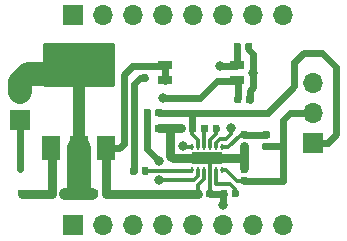
<source format=gbr>
G04 #@! TF.GenerationSoftware,KiCad,Pcbnew,(5.0.0-3-g5ebb6b6)*
G04 #@! TF.CreationDate,2019-03-02T11:42:57+00:00*
G04 #@! TF.ProjectId,WsonBagelBoard,57736F6E426167656C426F6172642E6B,rev?*
G04 #@! TF.SameCoordinates,Original*
G04 #@! TF.FileFunction,Copper,L1,Top,Signal*
G04 #@! TF.FilePolarity,Positive*
%FSLAX46Y46*%
G04 Gerber Fmt 4.6, Leading zero omitted, Abs format (unit mm)*
G04 Created by KiCad (PCBNEW (5.0.0-3-g5ebb6b6)) date Saturday, 02 March 2019 at 11:42:57*
%MOMM*%
%LPD*%
G01*
G04 APERTURE LIST*
G04 #@! TA.AperFunction,ComponentPad*
%ADD10R,1.700000X1.700000*%
G04 #@! TD*
G04 #@! TA.AperFunction,ComponentPad*
%ADD11O,1.700000X1.700000*%
G04 #@! TD*
G04 #@! TA.AperFunction,SMDPad,CuDef*
%ADD12R,1.250000X0.760000*%
G04 #@! TD*
G04 #@! TA.AperFunction,SMDPad,CuDef*
%ADD13R,3.800000X2.000000*%
G04 #@! TD*
G04 #@! TA.AperFunction,SMDPad,CuDef*
%ADD14R,1.500000X2.000000*%
G04 #@! TD*
G04 #@! TA.AperFunction,SMDPad,CuDef*
%ADD15R,0.250000X0.500000*%
G04 #@! TD*
G04 #@! TA.AperFunction,ViaPad*
%ADD16C,0.600000*%
G04 #@! TD*
G04 #@! TA.AperFunction,SMDPad,CuDef*
%ADD17R,2.650000X1.000000*%
G04 #@! TD*
G04 #@! TA.AperFunction,Conductor*
%ADD18C,0.100000*%
G04 #@! TD*
G04 #@! TA.AperFunction,SMDPad,CuDef*
%ADD19C,0.590000*%
G04 #@! TD*
G04 #@! TA.AperFunction,SMDPad,CuDef*
%ADD20R,0.450000X0.600000*%
G04 #@! TD*
G04 #@! TA.AperFunction,ViaPad*
%ADD21C,0.800000*%
G04 #@! TD*
G04 #@! TA.AperFunction,Conductor*
%ADD22C,0.800000*%
G04 #@! TD*
G04 #@! TA.AperFunction,Conductor*
%ADD23C,0.300000*%
G04 #@! TD*
G04 #@! TA.AperFunction,Conductor*
%ADD24C,2.000000*%
G04 #@! TD*
G04 #@! TA.AperFunction,Conductor*
%ADD25C,1.000000*%
G04 #@! TD*
G04 #@! TA.AperFunction,Conductor*
%ADD26C,0.600000*%
G04 #@! TD*
G04 #@! TA.AperFunction,Conductor*
%ADD27C,0.500000*%
G04 #@! TD*
G04 #@! TA.AperFunction,Conductor*
%ADD28C,0.254000*%
G04 #@! TD*
G04 APERTURE END LIST*
D10*
G04 #@! TO.P,J_MNT1,1*
G04 #@! TO.N,N/C*
X104140000Y-53340000D03*
D11*
G04 #@! TO.P,J_MNT1,2*
X106680000Y-53340000D03*
G04 #@! TO.P,J_MNT1,3*
X109220000Y-53340000D03*
G04 #@! TO.P,J_MNT1,4*
X111760000Y-53340000D03*
G04 #@! TO.P,J_MNT1,5*
X114300000Y-53340000D03*
G04 #@! TO.P,J_MNT1,6*
X116840000Y-53340000D03*
G04 #@! TO.P,J_MNT1,7*
X119380000Y-53340000D03*
G04 #@! TO.P,J_MNT1,8*
X121920000Y-53340000D03*
G04 #@! TD*
G04 #@! TO.P,J_MNT2,8*
G04 #@! TO.N,N/C*
X121920000Y-71120000D03*
G04 #@! TO.P,J_MNT2,7*
X119380000Y-71120000D03*
G04 #@! TO.P,J_MNT2,6*
X116840000Y-71120000D03*
G04 #@! TO.P,J_MNT2,5*
X114300000Y-71120000D03*
G04 #@! TO.P,J_MNT2,4*
X111760000Y-71120000D03*
G04 #@! TO.P,J_MNT2,3*
X109220000Y-71120000D03*
G04 #@! TO.P,J_MNT2,2*
X106680000Y-71120000D03*
D10*
G04 #@! TO.P,J_MNT2,1*
X104140000Y-71120000D03*
G04 #@! TD*
G04 #@! TO.P,J_IN2,1*
G04 #@! TO.N,Net-(DP1-Pad2)*
X99695000Y-62230000D03*
D11*
G04 #@! TO.P,J_IN2,2*
G04 #@! TO.N,/GND*
X99695000Y-59690000D03*
G04 #@! TD*
D10*
G04 #@! TO.P,J_OUT1,1*
G04 #@! TO.N,/OUTREG+*
X124460000Y-64135000D03*
D11*
G04 #@! TO.P,J_OUT1,2*
G04 #@! TO.N,/OUTREG-*
X124460000Y-61595000D03*
G04 #@! TO.P,J_OUT1,3*
G04 #@! TO.N,/GND*
X124460000Y-59055000D03*
G04 #@! TD*
D12*
G04 #@! TO.P,SWEN1,1*
G04 #@! TO.N,/5VREG*
X111923500Y-57594500D03*
G04 #@! TO.P,SWEN1,3*
G04 #@! TO.N,/EN+*
X118073500Y-58864500D03*
G04 #@! TO.P,SWEN1,2*
G04 #@! TO.N,/5VREG*
X111923500Y-58864500D03*
G04 #@! TO.P,SWEN1,4*
G04 #@! TO.N,/EN-*
X118073500Y-57594500D03*
G04 #@! TD*
D13*
G04 #@! TO.P,U1,2*
G04 #@! TO.N,/GND*
X104648000Y-58318000D03*
D14*
X104648000Y-64618000D03*
G04 #@! TO.P,U1,3*
G04 #@! TO.N,/5VREG*
X106948000Y-64618000D03*
G04 #@! TO.P,U1,1*
G04 #@! TO.N,/9VIN*
X102348000Y-64618000D03*
G04 #@! TD*
D15*
G04 #@! TO.P,U2,1*
G04 #@! TO.N,/PGOOD*
X114256500Y-66418500D03*
G04 #@! TO.P,U2,2*
G04 #@! TO.N,Net-(R1-Pad1)*
X114756500Y-66418500D03*
G04 #@! TO.P,U2,3*
G04 #@! TO.N,/5VREG*
X115256500Y-66418500D03*
G04 #@! TO.P,U2,4*
G04 #@! TO.N,/GND*
X115756500Y-66418500D03*
G04 #@! TO.P,U2,5*
G04 #@! TO.N,Net-(CP1-Pad1)*
X116256500Y-66418500D03*
G04 #@! TO.P,U2,6*
G04 #@! TO.N,/OUTREG-*
X116756500Y-66418500D03*
G04 #@! TO.P,U2,7*
G04 #@! TO.N,Net-(R3-Pad1)*
X116756500Y-64518500D03*
G04 #@! TO.P,U2,8*
G04 #@! TO.N,/EN-*
X116256500Y-64518500D03*
G04 #@! TO.P,U2,9*
G04 #@! TO.N,Net-(C1-Pad1)*
X115756500Y-64518500D03*
G04 #@! TO.P,U2,10*
G04 #@! TO.N,Net-(C1-Pad2)*
X115256500Y-64518500D03*
G04 #@! TO.P,U2,11*
G04 #@! TO.N,/OUTREG+*
X114756500Y-64518500D03*
G04 #@! TO.P,U2,12*
G04 #@! TO.N,/EN+*
X114256500Y-64518500D03*
D16*
G04 #@! TD*
G04 #@! TO.N,/GND*
G04 #@! TO.C,U2*
X115506500Y-65468500D03*
G04 #@! TO.N,/GND*
G04 #@! TO.C,U2*
X114506500Y-65468500D03*
X116506500Y-65468500D03*
D17*
G04 #@! TD*
G04 #@! TO.P,U2,13*
G04 #@! TO.N,/GND*
X115506500Y-65468500D03*
D18*
G04 #@! TO.N,Net-(C1-Pad1)*
G04 #@! TO.C,C1*
G36*
X116445558Y-62621910D02*
X116459876Y-62624034D01*
X116473917Y-62627551D01*
X116487546Y-62632428D01*
X116500631Y-62638617D01*
X116513047Y-62646058D01*
X116524673Y-62654681D01*
X116535398Y-62664402D01*
X116545119Y-62675127D01*
X116553742Y-62686753D01*
X116561183Y-62699169D01*
X116567372Y-62712254D01*
X116572249Y-62725883D01*
X116575766Y-62739924D01*
X116577890Y-62754242D01*
X116578600Y-62768700D01*
X116578600Y-63113700D01*
X116577890Y-63128158D01*
X116575766Y-63142476D01*
X116572249Y-63156517D01*
X116567372Y-63170146D01*
X116561183Y-63183231D01*
X116553742Y-63195647D01*
X116545119Y-63207273D01*
X116535398Y-63217998D01*
X116524673Y-63227719D01*
X116513047Y-63236342D01*
X116500631Y-63243783D01*
X116487546Y-63249972D01*
X116473917Y-63254849D01*
X116459876Y-63258366D01*
X116445558Y-63260490D01*
X116431100Y-63261200D01*
X116136100Y-63261200D01*
X116121642Y-63260490D01*
X116107324Y-63258366D01*
X116093283Y-63254849D01*
X116079654Y-63249972D01*
X116066569Y-63243783D01*
X116054153Y-63236342D01*
X116042527Y-63227719D01*
X116031802Y-63217998D01*
X116022081Y-63207273D01*
X116013458Y-63195647D01*
X116006017Y-63183231D01*
X115999828Y-63170146D01*
X115994951Y-63156517D01*
X115991434Y-63142476D01*
X115989310Y-63128158D01*
X115988600Y-63113700D01*
X115988600Y-62768700D01*
X115989310Y-62754242D01*
X115991434Y-62739924D01*
X115994951Y-62725883D01*
X115999828Y-62712254D01*
X116006017Y-62699169D01*
X116013458Y-62686753D01*
X116022081Y-62675127D01*
X116031802Y-62664402D01*
X116042527Y-62654681D01*
X116054153Y-62646058D01*
X116066569Y-62638617D01*
X116079654Y-62632428D01*
X116093283Y-62627551D01*
X116107324Y-62624034D01*
X116121642Y-62621910D01*
X116136100Y-62621200D01*
X116431100Y-62621200D01*
X116445558Y-62621910D01*
X116445558Y-62621910D01*
G37*
D19*
G04 #@! TD*
G04 #@! TO.P,C1,1*
G04 #@! TO.N,Net-(C1-Pad1)*
X116283600Y-62941200D03*
D18*
G04 #@! TO.N,Net-(C1-Pad2)*
G04 #@! TO.C,C1*
G36*
X115475558Y-62621910D02*
X115489876Y-62624034D01*
X115503917Y-62627551D01*
X115517546Y-62632428D01*
X115530631Y-62638617D01*
X115543047Y-62646058D01*
X115554673Y-62654681D01*
X115565398Y-62664402D01*
X115575119Y-62675127D01*
X115583742Y-62686753D01*
X115591183Y-62699169D01*
X115597372Y-62712254D01*
X115602249Y-62725883D01*
X115605766Y-62739924D01*
X115607890Y-62754242D01*
X115608600Y-62768700D01*
X115608600Y-63113700D01*
X115607890Y-63128158D01*
X115605766Y-63142476D01*
X115602249Y-63156517D01*
X115597372Y-63170146D01*
X115591183Y-63183231D01*
X115583742Y-63195647D01*
X115575119Y-63207273D01*
X115565398Y-63217998D01*
X115554673Y-63227719D01*
X115543047Y-63236342D01*
X115530631Y-63243783D01*
X115517546Y-63249972D01*
X115503917Y-63254849D01*
X115489876Y-63258366D01*
X115475558Y-63260490D01*
X115461100Y-63261200D01*
X115166100Y-63261200D01*
X115151642Y-63260490D01*
X115137324Y-63258366D01*
X115123283Y-63254849D01*
X115109654Y-63249972D01*
X115096569Y-63243783D01*
X115084153Y-63236342D01*
X115072527Y-63227719D01*
X115061802Y-63217998D01*
X115052081Y-63207273D01*
X115043458Y-63195647D01*
X115036017Y-63183231D01*
X115029828Y-63170146D01*
X115024951Y-63156517D01*
X115021434Y-63142476D01*
X115019310Y-63128158D01*
X115018600Y-63113700D01*
X115018600Y-62768700D01*
X115019310Y-62754242D01*
X115021434Y-62739924D01*
X115024951Y-62725883D01*
X115029828Y-62712254D01*
X115036017Y-62699169D01*
X115043458Y-62686753D01*
X115052081Y-62675127D01*
X115061802Y-62664402D01*
X115072527Y-62654681D01*
X115084153Y-62646058D01*
X115096569Y-62638617D01*
X115109654Y-62632428D01*
X115123283Y-62627551D01*
X115137324Y-62624034D01*
X115151642Y-62621910D01*
X115166100Y-62621200D01*
X115461100Y-62621200D01*
X115475558Y-62621910D01*
X115475558Y-62621910D01*
G37*
D19*
G04 #@! TD*
G04 #@! TO.P,C1,2*
G04 #@! TO.N,Net-(C1-Pad2)*
X115313600Y-62941200D03*
D18*
G04 #@! TO.N,/5VREG*
G04 #@! TO.C,CINV1*
G36*
X114929458Y-68133710D02*
X114943776Y-68135834D01*
X114957817Y-68139351D01*
X114971446Y-68144228D01*
X114984531Y-68150417D01*
X114996947Y-68157858D01*
X115008573Y-68166481D01*
X115019298Y-68176202D01*
X115029019Y-68186927D01*
X115037642Y-68198553D01*
X115045083Y-68210969D01*
X115051272Y-68224054D01*
X115056149Y-68237683D01*
X115059666Y-68251724D01*
X115061790Y-68266042D01*
X115062500Y-68280500D01*
X115062500Y-68625500D01*
X115061790Y-68639958D01*
X115059666Y-68654276D01*
X115056149Y-68668317D01*
X115051272Y-68681946D01*
X115045083Y-68695031D01*
X115037642Y-68707447D01*
X115029019Y-68719073D01*
X115019298Y-68729798D01*
X115008573Y-68739519D01*
X114996947Y-68748142D01*
X114984531Y-68755583D01*
X114971446Y-68761772D01*
X114957817Y-68766649D01*
X114943776Y-68770166D01*
X114929458Y-68772290D01*
X114915000Y-68773000D01*
X114620000Y-68773000D01*
X114605542Y-68772290D01*
X114591224Y-68770166D01*
X114577183Y-68766649D01*
X114563554Y-68761772D01*
X114550469Y-68755583D01*
X114538053Y-68748142D01*
X114526427Y-68739519D01*
X114515702Y-68729798D01*
X114505981Y-68719073D01*
X114497358Y-68707447D01*
X114489917Y-68695031D01*
X114483728Y-68681946D01*
X114478851Y-68668317D01*
X114475334Y-68654276D01*
X114473210Y-68639958D01*
X114472500Y-68625500D01*
X114472500Y-68280500D01*
X114473210Y-68266042D01*
X114475334Y-68251724D01*
X114478851Y-68237683D01*
X114483728Y-68224054D01*
X114489917Y-68210969D01*
X114497358Y-68198553D01*
X114505981Y-68186927D01*
X114515702Y-68176202D01*
X114526427Y-68166481D01*
X114538053Y-68157858D01*
X114550469Y-68150417D01*
X114563554Y-68144228D01*
X114577183Y-68139351D01*
X114591224Y-68135834D01*
X114605542Y-68133710D01*
X114620000Y-68133000D01*
X114915000Y-68133000D01*
X114929458Y-68133710D01*
X114929458Y-68133710D01*
G37*
D19*
G04 #@! TD*
G04 #@! TO.P,CINV1,1*
G04 #@! TO.N,/5VREG*
X114767500Y-68453000D03*
D18*
G04 #@! TO.N,/GND*
G04 #@! TO.C,CINV1*
G36*
X115899458Y-68133710D02*
X115913776Y-68135834D01*
X115927817Y-68139351D01*
X115941446Y-68144228D01*
X115954531Y-68150417D01*
X115966947Y-68157858D01*
X115978573Y-68166481D01*
X115989298Y-68176202D01*
X115999019Y-68186927D01*
X116007642Y-68198553D01*
X116015083Y-68210969D01*
X116021272Y-68224054D01*
X116026149Y-68237683D01*
X116029666Y-68251724D01*
X116031790Y-68266042D01*
X116032500Y-68280500D01*
X116032500Y-68625500D01*
X116031790Y-68639958D01*
X116029666Y-68654276D01*
X116026149Y-68668317D01*
X116021272Y-68681946D01*
X116015083Y-68695031D01*
X116007642Y-68707447D01*
X115999019Y-68719073D01*
X115989298Y-68729798D01*
X115978573Y-68739519D01*
X115966947Y-68748142D01*
X115954531Y-68755583D01*
X115941446Y-68761772D01*
X115927817Y-68766649D01*
X115913776Y-68770166D01*
X115899458Y-68772290D01*
X115885000Y-68773000D01*
X115590000Y-68773000D01*
X115575542Y-68772290D01*
X115561224Y-68770166D01*
X115547183Y-68766649D01*
X115533554Y-68761772D01*
X115520469Y-68755583D01*
X115508053Y-68748142D01*
X115496427Y-68739519D01*
X115485702Y-68729798D01*
X115475981Y-68719073D01*
X115467358Y-68707447D01*
X115459917Y-68695031D01*
X115453728Y-68681946D01*
X115448851Y-68668317D01*
X115445334Y-68654276D01*
X115443210Y-68639958D01*
X115442500Y-68625500D01*
X115442500Y-68280500D01*
X115443210Y-68266042D01*
X115445334Y-68251724D01*
X115448851Y-68237683D01*
X115453728Y-68224054D01*
X115459917Y-68210969D01*
X115467358Y-68198553D01*
X115475981Y-68186927D01*
X115485702Y-68176202D01*
X115496427Y-68166481D01*
X115508053Y-68157858D01*
X115520469Y-68150417D01*
X115533554Y-68144228D01*
X115547183Y-68139351D01*
X115561224Y-68135834D01*
X115575542Y-68133710D01*
X115590000Y-68133000D01*
X115885000Y-68133000D01*
X115899458Y-68133710D01*
X115899458Y-68133710D01*
G37*
D19*
G04 #@! TD*
G04 #@! TO.P,CINV1,2*
G04 #@! TO.N,/GND*
X115737500Y-68453000D03*
D18*
G04 #@! TO.N,/GND*
G04 #@! TO.C,CP1*
G36*
X117088458Y-68133710D02*
X117102776Y-68135834D01*
X117116817Y-68139351D01*
X117130446Y-68144228D01*
X117143531Y-68150417D01*
X117155947Y-68157858D01*
X117167573Y-68166481D01*
X117178298Y-68176202D01*
X117188019Y-68186927D01*
X117196642Y-68198553D01*
X117204083Y-68210969D01*
X117210272Y-68224054D01*
X117215149Y-68237683D01*
X117218666Y-68251724D01*
X117220790Y-68266042D01*
X117221500Y-68280500D01*
X117221500Y-68625500D01*
X117220790Y-68639958D01*
X117218666Y-68654276D01*
X117215149Y-68668317D01*
X117210272Y-68681946D01*
X117204083Y-68695031D01*
X117196642Y-68707447D01*
X117188019Y-68719073D01*
X117178298Y-68729798D01*
X117167573Y-68739519D01*
X117155947Y-68748142D01*
X117143531Y-68755583D01*
X117130446Y-68761772D01*
X117116817Y-68766649D01*
X117102776Y-68770166D01*
X117088458Y-68772290D01*
X117074000Y-68773000D01*
X116779000Y-68773000D01*
X116764542Y-68772290D01*
X116750224Y-68770166D01*
X116736183Y-68766649D01*
X116722554Y-68761772D01*
X116709469Y-68755583D01*
X116697053Y-68748142D01*
X116685427Y-68739519D01*
X116674702Y-68729798D01*
X116664981Y-68719073D01*
X116656358Y-68707447D01*
X116648917Y-68695031D01*
X116642728Y-68681946D01*
X116637851Y-68668317D01*
X116634334Y-68654276D01*
X116632210Y-68639958D01*
X116631500Y-68625500D01*
X116631500Y-68280500D01*
X116632210Y-68266042D01*
X116634334Y-68251724D01*
X116637851Y-68237683D01*
X116642728Y-68224054D01*
X116648917Y-68210969D01*
X116656358Y-68198553D01*
X116664981Y-68186927D01*
X116674702Y-68176202D01*
X116685427Y-68166481D01*
X116697053Y-68157858D01*
X116709469Y-68150417D01*
X116722554Y-68144228D01*
X116736183Y-68139351D01*
X116750224Y-68135834D01*
X116764542Y-68133710D01*
X116779000Y-68133000D01*
X117074000Y-68133000D01*
X117088458Y-68133710D01*
X117088458Y-68133710D01*
G37*
D19*
G04 #@! TD*
G04 #@! TO.P,CP1,2*
G04 #@! TO.N,/GND*
X116926500Y-68453000D03*
D18*
G04 #@! TO.N,Net-(CP1-Pad1)*
G04 #@! TO.C,CP1*
G36*
X118058458Y-68133710D02*
X118072776Y-68135834D01*
X118086817Y-68139351D01*
X118100446Y-68144228D01*
X118113531Y-68150417D01*
X118125947Y-68157858D01*
X118137573Y-68166481D01*
X118148298Y-68176202D01*
X118158019Y-68186927D01*
X118166642Y-68198553D01*
X118174083Y-68210969D01*
X118180272Y-68224054D01*
X118185149Y-68237683D01*
X118188666Y-68251724D01*
X118190790Y-68266042D01*
X118191500Y-68280500D01*
X118191500Y-68625500D01*
X118190790Y-68639958D01*
X118188666Y-68654276D01*
X118185149Y-68668317D01*
X118180272Y-68681946D01*
X118174083Y-68695031D01*
X118166642Y-68707447D01*
X118158019Y-68719073D01*
X118148298Y-68729798D01*
X118137573Y-68739519D01*
X118125947Y-68748142D01*
X118113531Y-68755583D01*
X118100446Y-68761772D01*
X118086817Y-68766649D01*
X118072776Y-68770166D01*
X118058458Y-68772290D01*
X118044000Y-68773000D01*
X117749000Y-68773000D01*
X117734542Y-68772290D01*
X117720224Y-68770166D01*
X117706183Y-68766649D01*
X117692554Y-68761772D01*
X117679469Y-68755583D01*
X117667053Y-68748142D01*
X117655427Y-68739519D01*
X117644702Y-68729798D01*
X117634981Y-68719073D01*
X117626358Y-68707447D01*
X117618917Y-68695031D01*
X117612728Y-68681946D01*
X117607851Y-68668317D01*
X117604334Y-68654276D01*
X117602210Y-68639958D01*
X117601500Y-68625500D01*
X117601500Y-68280500D01*
X117602210Y-68266042D01*
X117604334Y-68251724D01*
X117607851Y-68237683D01*
X117612728Y-68224054D01*
X117618917Y-68210969D01*
X117626358Y-68198553D01*
X117634981Y-68186927D01*
X117644702Y-68176202D01*
X117655427Y-68166481D01*
X117667053Y-68157858D01*
X117679469Y-68150417D01*
X117692554Y-68144228D01*
X117706183Y-68139351D01*
X117720224Y-68135834D01*
X117734542Y-68133710D01*
X117749000Y-68133000D01*
X118044000Y-68133000D01*
X118058458Y-68133710D01*
X118058458Y-68133710D01*
G37*
D19*
G04 #@! TD*
G04 #@! TO.P,CP1,1*
G04 #@! TO.N,Net-(CP1-Pad1)*
X117896500Y-68453000D03*
D18*
G04 #@! TO.N,/GND*
G04 #@! TO.C,CR1*
G36*
X103516958Y-68133710D02*
X103531276Y-68135834D01*
X103545317Y-68139351D01*
X103558946Y-68144228D01*
X103572031Y-68150417D01*
X103584447Y-68157858D01*
X103596073Y-68166481D01*
X103606798Y-68176202D01*
X103616519Y-68186927D01*
X103625142Y-68198553D01*
X103632583Y-68210969D01*
X103638772Y-68224054D01*
X103643649Y-68237683D01*
X103647166Y-68251724D01*
X103649290Y-68266042D01*
X103650000Y-68280500D01*
X103650000Y-68625500D01*
X103649290Y-68639958D01*
X103647166Y-68654276D01*
X103643649Y-68668317D01*
X103638772Y-68681946D01*
X103632583Y-68695031D01*
X103625142Y-68707447D01*
X103616519Y-68719073D01*
X103606798Y-68729798D01*
X103596073Y-68739519D01*
X103584447Y-68748142D01*
X103572031Y-68755583D01*
X103558946Y-68761772D01*
X103545317Y-68766649D01*
X103531276Y-68770166D01*
X103516958Y-68772290D01*
X103502500Y-68773000D01*
X103207500Y-68773000D01*
X103193042Y-68772290D01*
X103178724Y-68770166D01*
X103164683Y-68766649D01*
X103151054Y-68761772D01*
X103137969Y-68755583D01*
X103125553Y-68748142D01*
X103113927Y-68739519D01*
X103103202Y-68729798D01*
X103093481Y-68719073D01*
X103084858Y-68707447D01*
X103077417Y-68695031D01*
X103071228Y-68681946D01*
X103066351Y-68668317D01*
X103062834Y-68654276D01*
X103060710Y-68639958D01*
X103060000Y-68625500D01*
X103060000Y-68280500D01*
X103060710Y-68266042D01*
X103062834Y-68251724D01*
X103066351Y-68237683D01*
X103071228Y-68224054D01*
X103077417Y-68210969D01*
X103084858Y-68198553D01*
X103093481Y-68186927D01*
X103103202Y-68176202D01*
X103113927Y-68166481D01*
X103125553Y-68157858D01*
X103137969Y-68150417D01*
X103151054Y-68144228D01*
X103164683Y-68139351D01*
X103178724Y-68135834D01*
X103193042Y-68133710D01*
X103207500Y-68133000D01*
X103502500Y-68133000D01*
X103516958Y-68133710D01*
X103516958Y-68133710D01*
G37*
D19*
G04 #@! TD*
G04 #@! TO.P,CR1,2*
G04 #@! TO.N,/GND*
X103355000Y-68453000D03*
D18*
G04 #@! TO.N,/9VIN*
G04 #@! TO.C,CR1*
G36*
X102546958Y-68133710D02*
X102561276Y-68135834D01*
X102575317Y-68139351D01*
X102588946Y-68144228D01*
X102602031Y-68150417D01*
X102614447Y-68157858D01*
X102626073Y-68166481D01*
X102636798Y-68176202D01*
X102646519Y-68186927D01*
X102655142Y-68198553D01*
X102662583Y-68210969D01*
X102668772Y-68224054D01*
X102673649Y-68237683D01*
X102677166Y-68251724D01*
X102679290Y-68266042D01*
X102680000Y-68280500D01*
X102680000Y-68625500D01*
X102679290Y-68639958D01*
X102677166Y-68654276D01*
X102673649Y-68668317D01*
X102668772Y-68681946D01*
X102662583Y-68695031D01*
X102655142Y-68707447D01*
X102646519Y-68719073D01*
X102636798Y-68729798D01*
X102626073Y-68739519D01*
X102614447Y-68748142D01*
X102602031Y-68755583D01*
X102588946Y-68761772D01*
X102575317Y-68766649D01*
X102561276Y-68770166D01*
X102546958Y-68772290D01*
X102532500Y-68773000D01*
X102237500Y-68773000D01*
X102223042Y-68772290D01*
X102208724Y-68770166D01*
X102194683Y-68766649D01*
X102181054Y-68761772D01*
X102167969Y-68755583D01*
X102155553Y-68748142D01*
X102143927Y-68739519D01*
X102133202Y-68729798D01*
X102123481Y-68719073D01*
X102114858Y-68707447D01*
X102107417Y-68695031D01*
X102101228Y-68681946D01*
X102096351Y-68668317D01*
X102092834Y-68654276D01*
X102090710Y-68639958D01*
X102090000Y-68625500D01*
X102090000Y-68280500D01*
X102090710Y-68266042D01*
X102092834Y-68251724D01*
X102096351Y-68237683D01*
X102101228Y-68224054D01*
X102107417Y-68210969D01*
X102114858Y-68198553D01*
X102123481Y-68186927D01*
X102133202Y-68176202D01*
X102143927Y-68166481D01*
X102155553Y-68157858D01*
X102167969Y-68150417D01*
X102181054Y-68144228D01*
X102194683Y-68139351D01*
X102208724Y-68135834D01*
X102223042Y-68133710D01*
X102237500Y-68133000D01*
X102532500Y-68133000D01*
X102546958Y-68133710D01*
X102546958Y-68133710D01*
G37*
D19*
G04 #@! TD*
G04 #@! TO.P,CR1,1*
G04 #@! TO.N,/9VIN*
X102385000Y-68453000D03*
D18*
G04 #@! TO.N,/5VREG*
G04 #@! TO.C,CR2*
G36*
X107136458Y-68133710D02*
X107150776Y-68135834D01*
X107164817Y-68139351D01*
X107178446Y-68144228D01*
X107191531Y-68150417D01*
X107203947Y-68157858D01*
X107215573Y-68166481D01*
X107226298Y-68176202D01*
X107236019Y-68186927D01*
X107244642Y-68198553D01*
X107252083Y-68210969D01*
X107258272Y-68224054D01*
X107263149Y-68237683D01*
X107266666Y-68251724D01*
X107268790Y-68266042D01*
X107269500Y-68280500D01*
X107269500Y-68625500D01*
X107268790Y-68639958D01*
X107266666Y-68654276D01*
X107263149Y-68668317D01*
X107258272Y-68681946D01*
X107252083Y-68695031D01*
X107244642Y-68707447D01*
X107236019Y-68719073D01*
X107226298Y-68729798D01*
X107215573Y-68739519D01*
X107203947Y-68748142D01*
X107191531Y-68755583D01*
X107178446Y-68761772D01*
X107164817Y-68766649D01*
X107150776Y-68770166D01*
X107136458Y-68772290D01*
X107122000Y-68773000D01*
X106827000Y-68773000D01*
X106812542Y-68772290D01*
X106798224Y-68770166D01*
X106784183Y-68766649D01*
X106770554Y-68761772D01*
X106757469Y-68755583D01*
X106745053Y-68748142D01*
X106733427Y-68739519D01*
X106722702Y-68729798D01*
X106712981Y-68719073D01*
X106704358Y-68707447D01*
X106696917Y-68695031D01*
X106690728Y-68681946D01*
X106685851Y-68668317D01*
X106682334Y-68654276D01*
X106680210Y-68639958D01*
X106679500Y-68625500D01*
X106679500Y-68280500D01*
X106680210Y-68266042D01*
X106682334Y-68251724D01*
X106685851Y-68237683D01*
X106690728Y-68224054D01*
X106696917Y-68210969D01*
X106704358Y-68198553D01*
X106712981Y-68186927D01*
X106722702Y-68176202D01*
X106733427Y-68166481D01*
X106745053Y-68157858D01*
X106757469Y-68150417D01*
X106770554Y-68144228D01*
X106784183Y-68139351D01*
X106798224Y-68135834D01*
X106812542Y-68133710D01*
X106827000Y-68133000D01*
X107122000Y-68133000D01*
X107136458Y-68133710D01*
X107136458Y-68133710D01*
G37*
D19*
G04 #@! TD*
G04 #@! TO.P,CR2,1*
G04 #@! TO.N,/5VREG*
X106974500Y-68453000D03*
D18*
G04 #@! TO.N,/GND*
G04 #@! TO.C,CR2*
G36*
X106166458Y-68133710D02*
X106180776Y-68135834D01*
X106194817Y-68139351D01*
X106208446Y-68144228D01*
X106221531Y-68150417D01*
X106233947Y-68157858D01*
X106245573Y-68166481D01*
X106256298Y-68176202D01*
X106266019Y-68186927D01*
X106274642Y-68198553D01*
X106282083Y-68210969D01*
X106288272Y-68224054D01*
X106293149Y-68237683D01*
X106296666Y-68251724D01*
X106298790Y-68266042D01*
X106299500Y-68280500D01*
X106299500Y-68625500D01*
X106298790Y-68639958D01*
X106296666Y-68654276D01*
X106293149Y-68668317D01*
X106288272Y-68681946D01*
X106282083Y-68695031D01*
X106274642Y-68707447D01*
X106266019Y-68719073D01*
X106256298Y-68729798D01*
X106245573Y-68739519D01*
X106233947Y-68748142D01*
X106221531Y-68755583D01*
X106208446Y-68761772D01*
X106194817Y-68766649D01*
X106180776Y-68770166D01*
X106166458Y-68772290D01*
X106152000Y-68773000D01*
X105857000Y-68773000D01*
X105842542Y-68772290D01*
X105828224Y-68770166D01*
X105814183Y-68766649D01*
X105800554Y-68761772D01*
X105787469Y-68755583D01*
X105775053Y-68748142D01*
X105763427Y-68739519D01*
X105752702Y-68729798D01*
X105742981Y-68719073D01*
X105734358Y-68707447D01*
X105726917Y-68695031D01*
X105720728Y-68681946D01*
X105715851Y-68668317D01*
X105712334Y-68654276D01*
X105710210Y-68639958D01*
X105709500Y-68625500D01*
X105709500Y-68280500D01*
X105710210Y-68266042D01*
X105712334Y-68251724D01*
X105715851Y-68237683D01*
X105720728Y-68224054D01*
X105726917Y-68210969D01*
X105734358Y-68198553D01*
X105742981Y-68186927D01*
X105752702Y-68176202D01*
X105763427Y-68166481D01*
X105775053Y-68157858D01*
X105787469Y-68150417D01*
X105800554Y-68144228D01*
X105814183Y-68139351D01*
X105828224Y-68135834D01*
X105842542Y-68133710D01*
X105857000Y-68133000D01*
X106152000Y-68133000D01*
X106166458Y-68133710D01*
X106166458Y-68133710D01*
G37*
D19*
G04 #@! TD*
G04 #@! TO.P,CR2,2*
G04 #@! TO.N,/GND*
X106004500Y-68453000D03*
D18*
G04 #@! TO.N,/PGOOD*
G04 #@! TO.C,DOK1*
G36*
X110438458Y-66203310D02*
X110452776Y-66205434D01*
X110466817Y-66208951D01*
X110480446Y-66213828D01*
X110493531Y-66220017D01*
X110505947Y-66227458D01*
X110517573Y-66236081D01*
X110528298Y-66245802D01*
X110538019Y-66256527D01*
X110546642Y-66268153D01*
X110554083Y-66280569D01*
X110560272Y-66293654D01*
X110565149Y-66307283D01*
X110568666Y-66321324D01*
X110570790Y-66335642D01*
X110571500Y-66350100D01*
X110571500Y-66695100D01*
X110570790Y-66709558D01*
X110568666Y-66723876D01*
X110565149Y-66737917D01*
X110560272Y-66751546D01*
X110554083Y-66764631D01*
X110546642Y-66777047D01*
X110538019Y-66788673D01*
X110528298Y-66799398D01*
X110517573Y-66809119D01*
X110505947Y-66817742D01*
X110493531Y-66825183D01*
X110480446Y-66831372D01*
X110466817Y-66836249D01*
X110452776Y-66839766D01*
X110438458Y-66841890D01*
X110424000Y-66842600D01*
X110129000Y-66842600D01*
X110114542Y-66841890D01*
X110100224Y-66839766D01*
X110086183Y-66836249D01*
X110072554Y-66831372D01*
X110059469Y-66825183D01*
X110047053Y-66817742D01*
X110035427Y-66809119D01*
X110024702Y-66799398D01*
X110014981Y-66788673D01*
X110006358Y-66777047D01*
X109998917Y-66764631D01*
X109992728Y-66751546D01*
X109987851Y-66737917D01*
X109984334Y-66723876D01*
X109982210Y-66709558D01*
X109981500Y-66695100D01*
X109981500Y-66350100D01*
X109982210Y-66335642D01*
X109984334Y-66321324D01*
X109987851Y-66307283D01*
X109992728Y-66293654D01*
X109998917Y-66280569D01*
X110006358Y-66268153D01*
X110014981Y-66256527D01*
X110024702Y-66245802D01*
X110035427Y-66236081D01*
X110047053Y-66227458D01*
X110059469Y-66220017D01*
X110072554Y-66213828D01*
X110086183Y-66208951D01*
X110100224Y-66205434D01*
X110114542Y-66203310D01*
X110129000Y-66202600D01*
X110424000Y-66202600D01*
X110438458Y-66203310D01*
X110438458Y-66203310D01*
G37*
D19*
G04 #@! TD*
G04 #@! TO.P,DOK1,1*
G04 #@! TO.N,/PGOOD*
X110276500Y-66522600D03*
D18*
G04 #@! TO.N,Net-(DOK1-Pad2)*
G04 #@! TO.C,DOK1*
G36*
X109468458Y-66203310D02*
X109482776Y-66205434D01*
X109496817Y-66208951D01*
X109510446Y-66213828D01*
X109523531Y-66220017D01*
X109535947Y-66227458D01*
X109547573Y-66236081D01*
X109558298Y-66245802D01*
X109568019Y-66256527D01*
X109576642Y-66268153D01*
X109584083Y-66280569D01*
X109590272Y-66293654D01*
X109595149Y-66307283D01*
X109598666Y-66321324D01*
X109600790Y-66335642D01*
X109601500Y-66350100D01*
X109601500Y-66695100D01*
X109600790Y-66709558D01*
X109598666Y-66723876D01*
X109595149Y-66737917D01*
X109590272Y-66751546D01*
X109584083Y-66764631D01*
X109576642Y-66777047D01*
X109568019Y-66788673D01*
X109558298Y-66799398D01*
X109547573Y-66809119D01*
X109535947Y-66817742D01*
X109523531Y-66825183D01*
X109510446Y-66831372D01*
X109496817Y-66836249D01*
X109482776Y-66839766D01*
X109468458Y-66841890D01*
X109454000Y-66842600D01*
X109159000Y-66842600D01*
X109144542Y-66841890D01*
X109130224Y-66839766D01*
X109116183Y-66836249D01*
X109102554Y-66831372D01*
X109089469Y-66825183D01*
X109077053Y-66817742D01*
X109065427Y-66809119D01*
X109054702Y-66799398D01*
X109044981Y-66788673D01*
X109036358Y-66777047D01*
X109028917Y-66764631D01*
X109022728Y-66751546D01*
X109017851Y-66737917D01*
X109014334Y-66723876D01*
X109012210Y-66709558D01*
X109011500Y-66695100D01*
X109011500Y-66350100D01*
X109012210Y-66335642D01*
X109014334Y-66321324D01*
X109017851Y-66307283D01*
X109022728Y-66293654D01*
X109028917Y-66280569D01*
X109036358Y-66268153D01*
X109044981Y-66256527D01*
X109054702Y-66245802D01*
X109065427Y-66236081D01*
X109077053Y-66227458D01*
X109089469Y-66220017D01*
X109102554Y-66213828D01*
X109116183Y-66208951D01*
X109130224Y-66205434D01*
X109144542Y-66203310D01*
X109159000Y-66202600D01*
X109454000Y-66202600D01*
X109468458Y-66203310D01*
X109468458Y-66203310D01*
G37*
D19*
G04 #@! TD*
G04 #@! TO.P,DOK1,2*
G04 #@! TO.N,Net-(DOK1-Pad2)*
X109306500Y-66522600D03*
D18*
G04 #@! TO.N,/OUTREG+*
G04 #@! TO.C,R1*
G36*
X111581458Y-61275710D02*
X111595776Y-61277834D01*
X111609817Y-61281351D01*
X111623446Y-61286228D01*
X111636531Y-61292417D01*
X111648947Y-61299858D01*
X111660573Y-61308481D01*
X111671298Y-61318202D01*
X111681019Y-61328927D01*
X111689642Y-61340553D01*
X111697083Y-61352969D01*
X111703272Y-61366054D01*
X111708149Y-61379683D01*
X111711666Y-61393724D01*
X111713790Y-61408042D01*
X111714500Y-61422500D01*
X111714500Y-61767500D01*
X111713790Y-61781958D01*
X111711666Y-61796276D01*
X111708149Y-61810317D01*
X111703272Y-61823946D01*
X111697083Y-61837031D01*
X111689642Y-61849447D01*
X111681019Y-61861073D01*
X111671298Y-61871798D01*
X111660573Y-61881519D01*
X111648947Y-61890142D01*
X111636531Y-61897583D01*
X111623446Y-61903772D01*
X111609817Y-61908649D01*
X111595776Y-61912166D01*
X111581458Y-61914290D01*
X111567000Y-61915000D01*
X111272000Y-61915000D01*
X111257542Y-61914290D01*
X111243224Y-61912166D01*
X111229183Y-61908649D01*
X111215554Y-61903772D01*
X111202469Y-61897583D01*
X111190053Y-61890142D01*
X111178427Y-61881519D01*
X111167702Y-61871798D01*
X111157981Y-61861073D01*
X111149358Y-61849447D01*
X111141917Y-61837031D01*
X111135728Y-61823946D01*
X111130851Y-61810317D01*
X111127334Y-61796276D01*
X111125210Y-61781958D01*
X111124500Y-61767500D01*
X111124500Y-61422500D01*
X111125210Y-61408042D01*
X111127334Y-61393724D01*
X111130851Y-61379683D01*
X111135728Y-61366054D01*
X111141917Y-61352969D01*
X111149358Y-61340553D01*
X111157981Y-61328927D01*
X111167702Y-61318202D01*
X111178427Y-61308481D01*
X111190053Y-61299858D01*
X111202469Y-61292417D01*
X111215554Y-61286228D01*
X111229183Y-61281351D01*
X111243224Y-61277834D01*
X111257542Y-61275710D01*
X111272000Y-61275000D01*
X111567000Y-61275000D01*
X111581458Y-61275710D01*
X111581458Y-61275710D01*
G37*
D19*
G04 #@! TD*
G04 #@! TO.P,R1,2*
G04 #@! TO.N,/OUTREG+*
X111419500Y-61595000D03*
D18*
G04 #@! TO.N,Net-(R1-Pad1)*
G04 #@! TO.C,R1*
G36*
X110611458Y-61275710D02*
X110625776Y-61277834D01*
X110639817Y-61281351D01*
X110653446Y-61286228D01*
X110666531Y-61292417D01*
X110678947Y-61299858D01*
X110690573Y-61308481D01*
X110701298Y-61318202D01*
X110711019Y-61328927D01*
X110719642Y-61340553D01*
X110727083Y-61352969D01*
X110733272Y-61366054D01*
X110738149Y-61379683D01*
X110741666Y-61393724D01*
X110743790Y-61408042D01*
X110744500Y-61422500D01*
X110744500Y-61767500D01*
X110743790Y-61781958D01*
X110741666Y-61796276D01*
X110738149Y-61810317D01*
X110733272Y-61823946D01*
X110727083Y-61837031D01*
X110719642Y-61849447D01*
X110711019Y-61861073D01*
X110701298Y-61871798D01*
X110690573Y-61881519D01*
X110678947Y-61890142D01*
X110666531Y-61897583D01*
X110653446Y-61903772D01*
X110639817Y-61908649D01*
X110625776Y-61912166D01*
X110611458Y-61914290D01*
X110597000Y-61915000D01*
X110302000Y-61915000D01*
X110287542Y-61914290D01*
X110273224Y-61912166D01*
X110259183Y-61908649D01*
X110245554Y-61903772D01*
X110232469Y-61897583D01*
X110220053Y-61890142D01*
X110208427Y-61881519D01*
X110197702Y-61871798D01*
X110187981Y-61861073D01*
X110179358Y-61849447D01*
X110171917Y-61837031D01*
X110165728Y-61823946D01*
X110160851Y-61810317D01*
X110157334Y-61796276D01*
X110155210Y-61781958D01*
X110154500Y-61767500D01*
X110154500Y-61422500D01*
X110155210Y-61408042D01*
X110157334Y-61393724D01*
X110160851Y-61379683D01*
X110165728Y-61366054D01*
X110171917Y-61352969D01*
X110179358Y-61340553D01*
X110187981Y-61328927D01*
X110197702Y-61318202D01*
X110208427Y-61308481D01*
X110220053Y-61299858D01*
X110232469Y-61292417D01*
X110245554Y-61286228D01*
X110259183Y-61281351D01*
X110273224Y-61277834D01*
X110287542Y-61275710D01*
X110302000Y-61275000D01*
X110597000Y-61275000D01*
X110611458Y-61275710D01*
X110611458Y-61275710D01*
G37*
D19*
G04 #@! TD*
G04 #@! TO.P,R1,1*
G04 #@! TO.N,Net-(R1-Pad1)*
X110449500Y-61595000D03*
D18*
G04 #@! TO.N,Net-(R1-Pad1)*
G04 #@! TO.C,R2*
G36*
X110611458Y-62609210D02*
X110625776Y-62611334D01*
X110639817Y-62614851D01*
X110653446Y-62619728D01*
X110666531Y-62625917D01*
X110678947Y-62633358D01*
X110690573Y-62641981D01*
X110701298Y-62651702D01*
X110711019Y-62662427D01*
X110719642Y-62674053D01*
X110727083Y-62686469D01*
X110733272Y-62699554D01*
X110738149Y-62713183D01*
X110741666Y-62727224D01*
X110743790Y-62741542D01*
X110744500Y-62756000D01*
X110744500Y-63101000D01*
X110743790Y-63115458D01*
X110741666Y-63129776D01*
X110738149Y-63143817D01*
X110733272Y-63157446D01*
X110727083Y-63170531D01*
X110719642Y-63182947D01*
X110711019Y-63194573D01*
X110701298Y-63205298D01*
X110690573Y-63215019D01*
X110678947Y-63223642D01*
X110666531Y-63231083D01*
X110653446Y-63237272D01*
X110639817Y-63242149D01*
X110625776Y-63245666D01*
X110611458Y-63247790D01*
X110597000Y-63248500D01*
X110302000Y-63248500D01*
X110287542Y-63247790D01*
X110273224Y-63245666D01*
X110259183Y-63242149D01*
X110245554Y-63237272D01*
X110232469Y-63231083D01*
X110220053Y-63223642D01*
X110208427Y-63215019D01*
X110197702Y-63205298D01*
X110187981Y-63194573D01*
X110179358Y-63182947D01*
X110171917Y-63170531D01*
X110165728Y-63157446D01*
X110160851Y-63143817D01*
X110157334Y-63129776D01*
X110155210Y-63115458D01*
X110154500Y-63101000D01*
X110154500Y-62756000D01*
X110155210Y-62741542D01*
X110157334Y-62727224D01*
X110160851Y-62713183D01*
X110165728Y-62699554D01*
X110171917Y-62686469D01*
X110179358Y-62674053D01*
X110187981Y-62662427D01*
X110197702Y-62651702D01*
X110208427Y-62641981D01*
X110220053Y-62633358D01*
X110232469Y-62625917D01*
X110245554Y-62619728D01*
X110259183Y-62614851D01*
X110273224Y-62611334D01*
X110287542Y-62609210D01*
X110302000Y-62608500D01*
X110597000Y-62608500D01*
X110611458Y-62609210D01*
X110611458Y-62609210D01*
G37*
D19*
G04 #@! TD*
G04 #@! TO.P,R2,2*
G04 #@! TO.N,Net-(R1-Pad1)*
X110449500Y-62928500D03*
D18*
G04 #@! TO.N,/GND*
G04 #@! TO.C,R2*
G36*
X111581458Y-62609210D02*
X111595776Y-62611334D01*
X111609817Y-62614851D01*
X111623446Y-62619728D01*
X111636531Y-62625917D01*
X111648947Y-62633358D01*
X111660573Y-62641981D01*
X111671298Y-62651702D01*
X111681019Y-62662427D01*
X111689642Y-62674053D01*
X111697083Y-62686469D01*
X111703272Y-62699554D01*
X111708149Y-62713183D01*
X111711666Y-62727224D01*
X111713790Y-62741542D01*
X111714500Y-62756000D01*
X111714500Y-63101000D01*
X111713790Y-63115458D01*
X111711666Y-63129776D01*
X111708149Y-63143817D01*
X111703272Y-63157446D01*
X111697083Y-63170531D01*
X111689642Y-63182947D01*
X111681019Y-63194573D01*
X111671298Y-63205298D01*
X111660573Y-63215019D01*
X111648947Y-63223642D01*
X111636531Y-63231083D01*
X111623446Y-63237272D01*
X111609817Y-63242149D01*
X111595776Y-63245666D01*
X111581458Y-63247790D01*
X111567000Y-63248500D01*
X111272000Y-63248500D01*
X111257542Y-63247790D01*
X111243224Y-63245666D01*
X111229183Y-63242149D01*
X111215554Y-63237272D01*
X111202469Y-63231083D01*
X111190053Y-63223642D01*
X111178427Y-63215019D01*
X111167702Y-63205298D01*
X111157981Y-63194573D01*
X111149358Y-63182947D01*
X111141917Y-63170531D01*
X111135728Y-63157446D01*
X111130851Y-63143817D01*
X111127334Y-63129776D01*
X111125210Y-63115458D01*
X111124500Y-63101000D01*
X111124500Y-62756000D01*
X111125210Y-62741542D01*
X111127334Y-62727224D01*
X111130851Y-62713183D01*
X111135728Y-62699554D01*
X111141917Y-62686469D01*
X111149358Y-62674053D01*
X111157981Y-62662427D01*
X111167702Y-62651702D01*
X111178427Y-62641981D01*
X111190053Y-62633358D01*
X111202469Y-62625917D01*
X111215554Y-62619728D01*
X111229183Y-62614851D01*
X111243224Y-62611334D01*
X111257542Y-62609210D01*
X111272000Y-62608500D01*
X111567000Y-62608500D01*
X111581458Y-62609210D01*
X111581458Y-62609210D01*
G37*
D19*
G04 #@! TD*
G04 #@! TO.P,R2,1*
G04 #@! TO.N,/GND*
X111419500Y-62928500D03*
D18*
G04 #@! TO.N,Net-(R3-Pad1)*
G04 #@! TO.C,R3*
G36*
X120709958Y-63165210D02*
X120724276Y-63167334D01*
X120738317Y-63170851D01*
X120751946Y-63175728D01*
X120765031Y-63181917D01*
X120777447Y-63189358D01*
X120789073Y-63197981D01*
X120799798Y-63207702D01*
X120809519Y-63218427D01*
X120818142Y-63230053D01*
X120825583Y-63242469D01*
X120831772Y-63255554D01*
X120836649Y-63269183D01*
X120840166Y-63283224D01*
X120842290Y-63297542D01*
X120843000Y-63312000D01*
X120843000Y-63607000D01*
X120842290Y-63621458D01*
X120840166Y-63635776D01*
X120836649Y-63649817D01*
X120831772Y-63663446D01*
X120825583Y-63676531D01*
X120818142Y-63688947D01*
X120809519Y-63700573D01*
X120799798Y-63711298D01*
X120789073Y-63721019D01*
X120777447Y-63729642D01*
X120765031Y-63737083D01*
X120751946Y-63743272D01*
X120738317Y-63748149D01*
X120724276Y-63751666D01*
X120709958Y-63753790D01*
X120695500Y-63754500D01*
X120350500Y-63754500D01*
X120336042Y-63753790D01*
X120321724Y-63751666D01*
X120307683Y-63748149D01*
X120294054Y-63743272D01*
X120280969Y-63737083D01*
X120268553Y-63729642D01*
X120256927Y-63721019D01*
X120246202Y-63711298D01*
X120236481Y-63700573D01*
X120227858Y-63688947D01*
X120220417Y-63676531D01*
X120214228Y-63663446D01*
X120209351Y-63649817D01*
X120205834Y-63635776D01*
X120203710Y-63621458D01*
X120203000Y-63607000D01*
X120203000Y-63312000D01*
X120203710Y-63297542D01*
X120205834Y-63283224D01*
X120209351Y-63269183D01*
X120214228Y-63255554D01*
X120220417Y-63242469D01*
X120227858Y-63230053D01*
X120236481Y-63218427D01*
X120246202Y-63207702D01*
X120256927Y-63197981D01*
X120268553Y-63189358D01*
X120280969Y-63181917D01*
X120294054Y-63175728D01*
X120307683Y-63170851D01*
X120321724Y-63167334D01*
X120336042Y-63165210D01*
X120350500Y-63164500D01*
X120695500Y-63164500D01*
X120709958Y-63165210D01*
X120709958Y-63165210D01*
G37*
D19*
G04 #@! TD*
G04 #@! TO.P,R3,1*
G04 #@! TO.N,Net-(R3-Pad1)*
X120523000Y-63459500D03*
D18*
G04 #@! TO.N,/OUTREG-*
G04 #@! TO.C,R3*
G36*
X120709958Y-64135210D02*
X120724276Y-64137334D01*
X120738317Y-64140851D01*
X120751946Y-64145728D01*
X120765031Y-64151917D01*
X120777447Y-64159358D01*
X120789073Y-64167981D01*
X120799798Y-64177702D01*
X120809519Y-64188427D01*
X120818142Y-64200053D01*
X120825583Y-64212469D01*
X120831772Y-64225554D01*
X120836649Y-64239183D01*
X120840166Y-64253224D01*
X120842290Y-64267542D01*
X120843000Y-64282000D01*
X120843000Y-64577000D01*
X120842290Y-64591458D01*
X120840166Y-64605776D01*
X120836649Y-64619817D01*
X120831772Y-64633446D01*
X120825583Y-64646531D01*
X120818142Y-64658947D01*
X120809519Y-64670573D01*
X120799798Y-64681298D01*
X120789073Y-64691019D01*
X120777447Y-64699642D01*
X120765031Y-64707083D01*
X120751946Y-64713272D01*
X120738317Y-64718149D01*
X120724276Y-64721666D01*
X120709958Y-64723790D01*
X120695500Y-64724500D01*
X120350500Y-64724500D01*
X120336042Y-64723790D01*
X120321724Y-64721666D01*
X120307683Y-64718149D01*
X120294054Y-64713272D01*
X120280969Y-64707083D01*
X120268553Y-64699642D01*
X120256927Y-64691019D01*
X120246202Y-64681298D01*
X120236481Y-64670573D01*
X120227858Y-64658947D01*
X120220417Y-64646531D01*
X120214228Y-64633446D01*
X120209351Y-64619817D01*
X120205834Y-64605776D01*
X120203710Y-64591458D01*
X120203000Y-64577000D01*
X120203000Y-64282000D01*
X120203710Y-64267542D01*
X120205834Y-64253224D01*
X120209351Y-64239183D01*
X120214228Y-64225554D01*
X120220417Y-64212469D01*
X120227858Y-64200053D01*
X120236481Y-64188427D01*
X120246202Y-64177702D01*
X120256927Y-64167981D01*
X120268553Y-64159358D01*
X120280969Y-64151917D01*
X120294054Y-64145728D01*
X120307683Y-64140851D01*
X120321724Y-64137334D01*
X120336042Y-64135210D01*
X120350500Y-64134500D01*
X120695500Y-64134500D01*
X120709958Y-64135210D01*
X120709958Y-64135210D01*
G37*
D19*
G04 #@! TD*
G04 #@! TO.P,R3,2*
G04 #@! TO.N,/OUTREG-*
X120523000Y-64429500D03*
D18*
G04 #@! TO.N,/GND*
G04 #@! TO.C,R4*
G36*
X118868458Y-64135210D02*
X118882776Y-64137334D01*
X118896817Y-64140851D01*
X118910446Y-64145728D01*
X118923531Y-64151917D01*
X118935947Y-64159358D01*
X118947573Y-64167981D01*
X118958298Y-64177702D01*
X118968019Y-64188427D01*
X118976642Y-64200053D01*
X118984083Y-64212469D01*
X118990272Y-64225554D01*
X118995149Y-64239183D01*
X118998666Y-64253224D01*
X119000790Y-64267542D01*
X119001500Y-64282000D01*
X119001500Y-64577000D01*
X119000790Y-64591458D01*
X118998666Y-64605776D01*
X118995149Y-64619817D01*
X118990272Y-64633446D01*
X118984083Y-64646531D01*
X118976642Y-64658947D01*
X118968019Y-64670573D01*
X118958298Y-64681298D01*
X118947573Y-64691019D01*
X118935947Y-64699642D01*
X118923531Y-64707083D01*
X118910446Y-64713272D01*
X118896817Y-64718149D01*
X118882776Y-64721666D01*
X118868458Y-64723790D01*
X118854000Y-64724500D01*
X118509000Y-64724500D01*
X118494542Y-64723790D01*
X118480224Y-64721666D01*
X118466183Y-64718149D01*
X118452554Y-64713272D01*
X118439469Y-64707083D01*
X118427053Y-64699642D01*
X118415427Y-64691019D01*
X118404702Y-64681298D01*
X118394981Y-64670573D01*
X118386358Y-64658947D01*
X118378917Y-64646531D01*
X118372728Y-64633446D01*
X118367851Y-64619817D01*
X118364334Y-64605776D01*
X118362210Y-64591458D01*
X118361500Y-64577000D01*
X118361500Y-64282000D01*
X118362210Y-64267542D01*
X118364334Y-64253224D01*
X118367851Y-64239183D01*
X118372728Y-64225554D01*
X118378917Y-64212469D01*
X118386358Y-64200053D01*
X118394981Y-64188427D01*
X118404702Y-64177702D01*
X118415427Y-64167981D01*
X118427053Y-64159358D01*
X118439469Y-64151917D01*
X118452554Y-64145728D01*
X118466183Y-64140851D01*
X118480224Y-64137334D01*
X118494542Y-64135210D01*
X118509000Y-64134500D01*
X118854000Y-64134500D01*
X118868458Y-64135210D01*
X118868458Y-64135210D01*
G37*
D19*
G04 #@! TD*
G04 #@! TO.P,R4,1*
G04 #@! TO.N,/GND*
X118681500Y-64429500D03*
D18*
G04 #@! TO.N,Net-(R3-Pad1)*
G04 #@! TO.C,R4*
G36*
X118868458Y-63165210D02*
X118882776Y-63167334D01*
X118896817Y-63170851D01*
X118910446Y-63175728D01*
X118923531Y-63181917D01*
X118935947Y-63189358D01*
X118947573Y-63197981D01*
X118958298Y-63207702D01*
X118968019Y-63218427D01*
X118976642Y-63230053D01*
X118984083Y-63242469D01*
X118990272Y-63255554D01*
X118995149Y-63269183D01*
X118998666Y-63283224D01*
X119000790Y-63297542D01*
X119001500Y-63312000D01*
X119001500Y-63607000D01*
X119000790Y-63621458D01*
X118998666Y-63635776D01*
X118995149Y-63649817D01*
X118990272Y-63663446D01*
X118984083Y-63676531D01*
X118976642Y-63688947D01*
X118968019Y-63700573D01*
X118958298Y-63711298D01*
X118947573Y-63721019D01*
X118935947Y-63729642D01*
X118923531Y-63737083D01*
X118910446Y-63743272D01*
X118896817Y-63748149D01*
X118882776Y-63751666D01*
X118868458Y-63753790D01*
X118854000Y-63754500D01*
X118509000Y-63754500D01*
X118494542Y-63753790D01*
X118480224Y-63751666D01*
X118466183Y-63748149D01*
X118452554Y-63743272D01*
X118439469Y-63737083D01*
X118427053Y-63729642D01*
X118415427Y-63721019D01*
X118404702Y-63711298D01*
X118394981Y-63700573D01*
X118386358Y-63688947D01*
X118378917Y-63676531D01*
X118372728Y-63663446D01*
X118367851Y-63649817D01*
X118364334Y-63635776D01*
X118362210Y-63621458D01*
X118361500Y-63607000D01*
X118361500Y-63312000D01*
X118362210Y-63297542D01*
X118364334Y-63283224D01*
X118367851Y-63269183D01*
X118372728Y-63255554D01*
X118378917Y-63242469D01*
X118386358Y-63230053D01*
X118394981Y-63218427D01*
X118404702Y-63207702D01*
X118415427Y-63197981D01*
X118427053Y-63189358D01*
X118439469Y-63181917D01*
X118452554Y-63175728D01*
X118466183Y-63170851D01*
X118480224Y-63167334D01*
X118494542Y-63165210D01*
X118509000Y-63164500D01*
X118854000Y-63164500D01*
X118868458Y-63165210D01*
X118868458Y-63165210D01*
G37*
D19*
G04 #@! TD*
G04 #@! TO.P,R4,2*
G04 #@! TO.N,Net-(R3-Pad1)*
X118681500Y-63459500D03*
D18*
G04 #@! TO.N,/GND*
G04 #@! TO.C,REN+1*
G36*
X119264958Y-60132710D02*
X119279276Y-60134834D01*
X119293317Y-60138351D01*
X119306946Y-60143228D01*
X119320031Y-60149417D01*
X119332447Y-60156858D01*
X119344073Y-60165481D01*
X119354798Y-60175202D01*
X119364519Y-60185927D01*
X119373142Y-60197553D01*
X119380583Y-60209969D01*
X119386772Y-60223054D01*
X119391649Y-60236683D01*
X119395166Y-60250724D01*
X119397290Y-60265042D01*
X119398000Y-60279500D01*
X119398000Y-60624500D01*
X119397290Y-60638958D01*
X119395166Y-60653276D01*
X119391649Y-60667317D01*
X119386772Y-60680946D01*
X119380583Y-60694031D01*
X119373142Y-60706447D01*
X119364519Y-60718073D01*
X119354798Y-60728798D01*
X119344073Y-60738519D01*
X119332447Y-60747142D01*
X119320031Y-60754583D01*
X119306946Y-60760772D01*
X119293317Y-60765649D01*
X119279276Y-60769166D01*
X119264958Y-60771290D01*
X119250500Y-60772000D01*
X118955500Y-60772000D01*
X118941042Y-60771290D01*
X118926724Y-60769166D01*
X118912683Y-60765649D01*
X118899054Y-60760772D01*
X118885969Y-60754583D01*
X118873553Y-60747142D01*
X118861927Y-60738519D01*
X118851202Y-60728798D01*
X118841481Y-60718073D01*
X118832858Y-60706447D01*
X118825417Y-60694031D01*
X118819228Y-60680946D01*
X118814351Y-60667317D01*
X118810834Y-60653276D01*
X118808710Y-60638958D01*
X118808000Y-60624500D01*
X118808000Y-60279500D01*
X118808710Y-60265042D01*
X118810834Y-60250724D01*
X118814351Y-60236683D01*
X118819228Y-60223054D01*
X118825417Y-60209969D01*
X118832858Y-60197553D01*
X118841481Y-60185927D01*
X118851202Y-60175202D01*
X118861927Y-60165481D01*
X118873553Y-60156858D01*
X118885969Y-60149417D01*
X118899054Y-60143228D01*
X118912683Y-60138351D01*
X118926724Y-60134834D01*
X118941042Y-60132710D01*
X118955500Y-60132000D01*
X119250500Y-60132000D01*
X119264958Y-60132710D01*
X119264958Y-60132710D01*
G37*
D19*
G04 #@! TD*
G04 #@! TO.P,REN+1,2*
G04 #@! TO.N,/GND*
X119103000Y-60452000D03*
D18*
G04 #@! TO.N,/EN+*
G04 #@! TO.C,REN+1*
G36*
X118294958Y-60132710D02*
X118309276Y-60134834D01*
X118323317Y-60138351D01*
X118336946Y-60143228D01*
X118350031Y-60149417D01*
X118362447Y-60156858D01*
X118374073Y-60165481D01*
X118384798Y-60175202D01*
X118394519Y-60185927D01*
X118403142Y-60197553D01*
X118410583Y-60209969D01*
X118416772Y-60223054D01*
X118421649Y-60236683D01*
X118425166Y-60250724D01*
X118427290Y-60265042D01*
X118428000Y-60279500D01*
X118428000Y-60624500D01*
X118427290Y-60638958D01*
X118425166Y-60653276D01*
X118421649Y-60667317D01*
X118416772Y-60680946D01*
X118410583Y-60694031D01*
X118403142Y-60706447D01*
X118394519Y-60718073D01*
X118384798Y-60728798D01*
X118374073Y-60738519D01*
X118362447Y-60747142D01*
X118350031Y-60754583D01*
X118336946Y-60760772D01*
X118323317Y-60765649D01*
X118309276Y-60769166D01*
X118294958Y-60771290D01*
X118280500Y-60772000D01*
X117985500Y-60772000D01*
X117971042Y-60771290D01*
X117956724Y-60769166D01*
X117942683Y-60765649D01*
X117929054Y-60760772D01*
X117915969Y-60754583D01*
X117903553Y-60747142D01*
X117891927Y-60738519D01*
X117881202Y-60728798D01*
X117871481Y-60718073D01*
X117862858Y-60706447D01*
X117855417Y-60694031D01*
X117849228Y-60680946D01*
X117844351Y-60667317D01*
X117840834Y-60653276D01*
X117838710Y-60638958D01*
X117838000Y-60624500D01*
X117838000Y-60279500D01*
X117838710Y-60265042D01*
X117840834Y-60250724D01*
X117844351Y-60236683D01*
X117849228Y-60223054D01*
X117855417Y-60209969D01*
X117862858Y-60197553D01*
X117871481Y-60185927D01*
X117881202Y-60175202D01*
X117891927Y-60165481D01*
X117903553Y-60156858D01*
X117915969Y-60149417D01*
X117929054Y-60143228D01*
X117942683Y-60138351D01*
X117956724Y-60134834D01*
X117971042Y-60132710D01*
X117985500Y-60132000D01*
X118280500Y-60132000D01*
X118294958Y-60132710D01*
X118294958Y-60132710D01*
G37*
D19*
G04 #@! TD*
G04 #@! TO.P,REN+1,1*
G04 #@! TO.N,/EN+*
X118133000Y-60452000D03*
D18*
G04 #@! TO.N,/EN-*
G04 #@! TO.C,REN-1*
G36*
X118231458Y-55687710D02*
X118245776Y-55689834D01*
X118259817Y-55693351D01*
X118273446Y-55698228D01*
X118286531Y-55704417D01*
X118298947Y-55711858D01*
X118310573Y-55720481D01*
X118321298Y-55730202D01*
X118331019Y-55740927D01*
X118339642Y-55752553D01*
X118347083Y-55764969D01*
X118353272Y-55778054D01*
X118358149Y-55791683D01*
X118361666Y-55805724D01*
X118363790Y-55820042D01*
X118364500Y-55834500D01*
X118364500Y-56179500D01*
X118363790Y-56193958D01*
X118361666Y-56208276D01*
X118358149Y-56222317D01*
X118353272Y-56235946D01*
X118347083Y-56249031D01*
X118339642Y-56261447D01*
X118331019Y-56273073D01*
X118321298Y-56283798D01*
X118310573Y-56293519D01*
X118298947Y-56302142D01*
X118286531Y-56309583D01*
X118273446Y-56315772D01*
X118259817Y-56320649D01*
X118245776Y-56324166D01*
X118231458Y-56326290D01*
X118217000Y-56327000D01*
X117922000Y-56327000D01*
X117907542Y-56326290D01*
X117893224Y-56324166D01*
X117879183Y-56320649D01*
X117865554Y-56315772D01*
X117852469Y-56309583D01*
X117840053Y-56302142D01*
X117828427Y-56293519D01*
X117817702Y-56283798D01*
X117807981Y-56273073D01*
X117799358Y-56261447D01*
X117791917Y-56249031D01*
X117785728Y-56235946D01*
X117780851Y-56222317D01*
X117777334Y-56208276D01*
X117775210Y-56193958D01*
X117774500Y-56179500D01*
X117774500Y-55834500D01*
X117775210Y-55820042D01*
X117777334Y-55805724D01*
X117780851Y-55791683D01*
X117785728Y-55778054D01*
X117791917Y-55764969D01*
X117799358Y-55752553D01*
X117807981Y-55740927D01*
X117817702Y-55730202D01*
X117828427Y-55720481D01*
X117840053Y-55711858D01*
X117852469Y-55704417D01*
X117865554Y-55698228D01*
X117879183Y-55693351D01*
X117893224Y-55689834D01*
X117907542Y-55687710D01*
X117922000Y-55687000D01*
X118217000Y-55687000D01*
X118231458Y-55687710D01*
X118231458Y-55687710D01*
G37*
D19*
G04 #@! TD*
G04 #@! TO.P,REN-1,1*
G04 #@! TO.N,/EN-*
X118069500Y-56007000D03*
D18*
G04 #@! TO.N,/GND*
G04 #@! TO.C,REN-1*
G36*
X119201458Y-55687710D02*
X119215776Y-55689834D01*
X119229817Y-55693351D01*
X119243446Y-55698228D01*
X119256531Y-55704417D01*
X119268947Y-55711858D01*
X119280573Y-55720481D01*
X119291298Y-55730202D01*
X119301019Y-55740927D01*
X119309642Y-55752553D01*
X119317083Y-55764969D01*
X119323272Y-55778054D01*
X119328149Y-55791683D01*
X119331666Y-55805724D01*
X119333790Y-55820042D01*
X119334500Y-55834500D01*
X119334500Y-56179500D01*
X119333790Y-56193958D01*
X119331666Y-56208276D01*
X119328149Y-56222317D01*
X119323272Y-56235946D01*
X119317083Y-56249031D01*
X119309642Y-56261447D01*
X119301019Y-56273073D01*
X119291298Y-56283798D01*
X119280573Y-56293519D01*
X119268947Y-56302142D01*
X119256531Y-56309583D01*
X119243446Y-56315772D01*
X119229817Y-56320649D01*
X119215776Y-56324166D01*
X119201458Y-56326290D01*
X119187000Y-56327000D01*
X118892000Y-56327000D01*
X118877542Y-56326290D01*
X118863224Y-56324166D01*
X118849183Y-56320649D01*
X118835554Y-56315772D01*
X118822469Y-56309583D01*
X118810053Y-56302142D01*
X118798427Y-56293519D01*
X118787702Y-56283798D01*
X118777981Y-56273073D01*
X118769358Y-56261447D01*
X118761917Y-56249031D01*
X118755728Y-56235946D01*
X118750851Y-56222317D01*
X118747334Y-56208276D01*
X118745210Y-56193958D01*
X118744500Y-56179500D01*
X118744500Y-55834500D01*
X118745210Y-55820042D01*
X118747334Y-55805724D01*
X118750851Y-55791683D01*
X118755728Y-55778054D01*
X118761917Y-55764969D01*
X118769358Y-55752553D01*
X118777981Y-55740927D01*
X118787702Y-55730202D01*
X118798427Y-55720481D01*
X118810053Y-55711858D01*
X118822469Y-55704417D01*
X118835554Y-55698228D01*
X118849183Y-55693351D01*
X118863224Y-55689834D01*
X118877542Y-55687710D01*
X118892000Y-55687000D01*
X119187000Y-55687000D01*
X119201458Y-55687710D01*
X119201458Y-55687710D01*
G37*
D19*
G04 #@! TD*
G04 #@! TO.P,REN-1,2*
G04 #@! TO.N,/GND*
X119039500Y-56007000D03*
D18*
G04 #@! TO.N,Net-(DOK1-Pad2)*
G04 #@! TO.C,ROK1*
G36*
X110422958Y-58356710D02*
X110437276Y-58358834D01*
X110451317Y-58362351D01*
X110464946Y-58367228D01*
X110478031Y-58373417D01*
X110490447Y-58380858D01*
X110502073Y-58389481D01*
X110512798Y-58399202D01*
X110522519Y-58409927D01*
X110531142Y-58421553D01*
X110538583Y-58433969D01*
X110544772Y-58447054D01*
X110549649Y-58460683D01*
X110553166Y-58474724D01*
X110555290Y-58489042D01*
X110556000Y-58503500D01*
X110556000Y-58798500D01*
X110555290Y-58812958D01*
X110553166Y-58827276D01*
X110549649Y-58841317D01*
X110544772Y-58854946D01*
X110538583Y-58868031D01*
X110531142Y-58880447D01*
X110522519Y-58892073D01*
X110512798Y-58902798D01*
X110502073Y-58912519D01*
X110490447Y-58921142D01*
X110478031Y-58928583D01*
X110464946Y-58934772D01*
X110451317Y-58939649D01*
X110437276Y-58943166D01*
X110422958Y-58945290D01*
X110408500Y-58946000D01*
X110063500Y-58946000D01*
X110049042Y-58945290D01*
X110034724Y-58943166D01*
X110020683Y-58939649D01*
X110007054Y-58934772D01*
X109993969Y-58928583D01*
X109981553Y-58921142D01*
X109969927Y-58912519D01*
X109959202Y-58902798D01*
X109949481Y-58892073D01*
X109940858Y-58880447D01*
X109933417Y-58868031D01*
X109927228Y-58854946D01*
X109922351Y-58841317D01*
X109918834Y-58827276D01*
X109916710Y-58812958D01*
X109916000Y-58798500D01*
X109916000Y-58503500D01*
X109916710Y-58489042D01*
X109918834Y-58474724D01*
X109922351Y-58460683D01*
X109927228Y-58447054D01*
X109933417Y-58433969D01*
X109940858Y-58421553D01*
X109949481Y-58409927D01*
X109959202Y-58399202D01*
X109969927Y-58389481D01*
X109981553Y-58380858D01*
X109993969Y-58373417D01*
X110007054Y-58367228D01*
X110020683Y-58362351D01*
X110034724Y-58358834D01*
X110049042Y-58356710D01*
X110063500Y-58356000D01*
X110408500Y-58356000D01*
X110422958Y-58356710D01*
X110422958Y-58356710D01*
G37*
D19*
G04 #@! TD*
G04 #@! TO.P,ROK1,1*
G04 #@! TO.N,Net-(DOK1-Pad2)*
X110236000Y-58651000D03*
D18*
G04 #@! TO.N,/5VREG*
G04 #@! TO.C,ROK1*
G36*
X110422958Y-57386710D02*
X110437276Y-57388834D01*
X110451317Y-57392351D01*
X110464946Y-57397228D01*
X110478031Y-57403417D01*
X110490447Y-57410858D01*
X110502073Y-57419481D01*
X110512798Y-57429202D01*
X110522519Y-57439927D01*
X110531142Y-57451553D01*
X110538583Y-57463969D01*
X110544772Y-57477054D01*
X110549649Y-57490683D01*
X110553166Y-57504724D01*
X110555290Y-57519042D01*
X110556000Y-57533500D01*
X110556000Y-57828500D01*
X110555290Y-57842958D01*
X110553166Y-57857276D01*
X110549649Y-57871317D01*
X110544772Y-57884946D01*
X110538583Y-57898031D01*
X110531142Y-57910447D01*
X110522519Y-57922073D01*
X110512798Y-57932798D01*
X110502073Y-57942519D01*
X110490447Y-57951142D01*
X110478031Y-57958583D01*
X110464946Y-57964772D01*
X110451317Y-57969649D01*
X110437276Y-57973166D01*
X110422958Y-57975290D01*
X110408500Y-57976000D01*
X110063500Y-57976000D01*
X110049042Y-57975290D01*
X110034724Y-57973166D01*
X110020683Y-57969649D01*
X110007054Y-57964772D01*
X109993969Y-57958583D01*
X109981553Y-57951142D01*
X109969927Y-57942519D01*
X109959202Y-57932798D01*
X109949481Y-57922073D01*
X109940858Y-57910447D01*
X109933417Y-57898031D01*
X109927228Y-57884946D01*
X109922351Y-57871317D01*
X109918834Y-57857276D01*
X109916710Y-57842958D01*
X109916000Y-57828500D01*
X109916000Y-57533500D01*
X109916710Y-57519042D01*
X109918834Y-57504724D01*
X109922351Y-57490683D01*
X109927228Y-57477054D01*
X109933417Y-57463969D01*
X109940858Y-57451553D01*
X109949481Y-57439927D01*
X109959202Y-57429202D01*
X109969927Y-57419481D01*
X109981553Y-57410858D01*
X109993969Y-57403417D01*
X110007054Y-57397228D01*
X110020683Y-57392351D01*
X110034724Y-57388834D01*
X110049042Y-57386710D01*
X110063500Y-57386000D01*
X110408500Y-57386000D01*
X110422958Y-57386710D01*
X110422958Y-57386710D01*
G37*
D19*
G04 #@! TD*
G04 #@! TO.P,ROK1,2*
G04 #@! TO.N,/5VREG*
X110236000Y-57681000D03*
D20*
G04 #@! TO.P,DP1,1*
G04 #@! TO.N,/9VIN*
X99695000Y-68423500D03*
G04 #@! TO.P,DP1,2*
G04 #@! TO.N,Net-(DP1-Pad2)*
X99695000Y-66323500D03*
G04 #@! TD*
D18*
G04 #@! TO.N,/OUTREG+*
G04 #@! TO.C,CO+1*
G36*
X114438958Y-62621910D02*
X114453276Y-62624034D01*
X114467317Y-62627551D01*
X114480946Y-62632428D01*
X114494031Y-62638617D01*
X114506447Y-62646058D01*
X114518073Y-62654681D01*
X114528798Y-62664402D01*
X114538519Y-62675127D01*
X114547142Y-62686753D01*
X114554583Y-62699169D01*
X114560772Y-62712254D01*
X114565649Y-62725883D01*
X114569166Y-62739924D01*
X114571290Y-62754242D01*
X114572000Y-62768700D01*
X114572000Y-63113700D01*
X114571290Y-63128158D01*
X114569166Y-63142476D01*
X114565649Y-63156517D01*
X114560772Y-63170146D01*
X114554583Y-63183231D01*
X114547142Y-63195647D01*
X114538519Y-63207273D01*
X114528798Y-63217998D01*
X114518073Y-63227719D01*
X114506447Y-63236342D01*
X114494031Y-63243783D01*
X114480946Y-63249972D01*
X114467317Y-63254849D01*
X114453276Y-63258366D01*
X114438958Y-63260490D01*
X114424500Y-63261200D01*
X114129500Y-63261200D01*
X114115042Y-63260490D01*
X114100724Y-63258366D01*
X114086683Y-63254849D01*
X114073054Y-63249972D01*
X114059969Y-63243783D01*
X114047553Y-63236342D01*
X114035927Y-63227719D01*
X114025202Y-63217998D01*
X114015481Y-63207273D01*
X114006858Y-63195647D01*
X113999417Y-63183231D01*
X113993228Y-63170146D01*
X113988351Y-63156517D01*
X113984834Y-63142476D01*
X113982710Y-63128158D01*
X113982000Y-63113700D01*
X113982000Y-62768700D01*
X113982710Y-62754242D01*
X113984834Y-62739924D01*
X113988351Y-62725883D01*
X113993228Y-62712254D01*
X113999417Y-62699169D01*
X114006858Y-62686753D01*
X114015481Y-62675127D01*
X114025202Y-62664402D01*
X114035927Y-62654681D01*
X114047553Y-62646058D01*
X114059969Y-62638617D01*
X114073054Y-62632428D01*
X114086683Y-62627551D01*
X114100724Y-62624034D01*
X114115042Y-62621910D01*
X114129500Y-62621200D01*
X114424500Y-62621200D01*
X114438958Y-62621910D01*
X114438958Y-62621910D01*
G37*
D19*
G04 #@! TD*
G04 #@! TO.P,CO+1,1*
G04 #@! TO.N,/OUTREG+*
X114277000Y-62941200D03*
D18*
G04 #@! TO.N,/GND*
G04 #@! TO.C,CO+1*
G36*
X113468958Y-62621910D02*
X113483276Y-62624034D01*
X113497317Y-62627551D01*
X113510946Y-62632428D01*
X113524031Y-62638617D01*
X113536447Y-62646058D01*
X113548073Y-62654681D01*
X113558798Y-62664402D01*
X113568519Y-62675127D01*
X113577142Y-62686753D01*
X113584583Y-62699169D01*
X113590772Y-62712254D01*
X113595649Y-62725883D01*
X113599166Y-62739924D01*
X113601290Y-62754242D01*
X113602000Y-62768700D01*
X113602000Y-63113700D01*
X113601290Y-63128158D01*
X113599166Y-63142476D01*
X113595649Y-63156517D01*
X113590772Y-63170146D01*
X113584583Y-63183231D01*
X113577142Y-63195647D01*
X113568519Y-63207273D01*
X113558798Y-63217998D01*
X113548073Y-63227719D01*
X113536447Y-63236342D01*
X113524031Y-63243783D01*
X113510946Y-63249972D01*
X113497317Y-63254849D01*
X113483276Y-63258366D01*
X113468958Y-63260490D01*
X113454500Y-63261200D01*
X113159500Y-63261200D01*
X113145042Y-63260490D01*
X113130724Y-63258366D01*
X113116683Y-63254849D01*
X113103054Y-63249972D01*
X113089969Y-63243783D01*
X113077553Y-63236342D01*
X113065927Y-63227719D01*
X113055202Y-63217998D01*
X113045481Y-63207273D01*
X113036858Y-63195647D01*
X113029417Y-63183231D01*
X113023228Y-63170146D01*
X113018351Y-63156517D01*
X113014834Y-63142476D01*
X113012710Y-63128158D01*
X113012000Y-63113700D01*
X113012000Y-62768700D01*
X113012710Y-62754242D01*
X113014834Y-62739924D01*
X113018351Y-62725883D01*
X113023228Y-62712254D01*
X113029417Y-62699169D01*
X113036858Y-62686753D01*
X113045481Y-62675127D01*
X113055202Y-62664402D01*
X113065927Y-62654681D01*
X113077553Y-62646058D01*
X113089969Y-62638617D01*
X113103054Y-62632428D01*
X113116683Y-62627551D01*
X113130724Y-62624034D01*
X113145042Y-62621910D01*
X113159500Y-62621200D01*
X113454500Y-62621200D01*
X113468958Y-62621910D01*
X113468958Y-62621910D01*
G37*
D19*
G04 #@! TD*
G04 #@! TO.P,CO+1,2*
G04 #@! TO.N,/GND*
X113307000Y-62941200D03*
D18*
G04 #@! TO.N,/GND*
G04 #@! TO.C,CO-1*
G36*
X118868458Y-66086210D02*
X118882776Y-66088334D01*
X118896817Y-66091851D01*
X118910446Y-66096728D01*
X118923531Y-66102917D01*
X118935947Y-66110358D01*
X118947573Y-66118981D01*
X118958298Y-66128702D01*
X118968019Y-66139427D01*
X118976642Y-66151053D01*
X118984083Y-66163469D01*
X118990272Y-66176554D01*
X118995149Y-66190183D01*
X118998666Y-66204224D01*
X119000790Y-66218542D01*
X119001500Y-66233000D01*
X119001500Y-66528000D01*
X119000790Y-66542458D01*
X118998666Y-66556776D01*
X118995149Y-66570817D01*
X118990272Y-66584446D01*
X118984083Y-66597531D01*
X118976642Y-66609947D01*
X118968019Y-66621573D01*
X118958298Y-66632298D01*
X118947573Y-66642019D01*
X118935947Y-66650642D01*
X118923531Y-66658083D01*
X118910446Y-66664272D01*
X118896817Y-66669149D01*
X118882776Y-66672666D01*
X118868458Y-66674790D01*
X118854000Y-66675500D01*
X118509000Y-66675500D01*
X118494542Y-66674790D01*
X118480224Y-66672666D01*
X118466183Y-66669149D01*
X118452554Y-66664272D01*
X118439469Y-66658083D01*
X118427053Y-66650642D01*
X118415427Y-66642019D01*
X118404702Y-66632298D01*
X118394981Y-66621573D01*
X118386358Y-66609947D01*
X118378917Y-66597531D01*
X118372728Y-66584446D01*
X118367851Y-66570817D01*
X118364334Y-66556776D01*
X118362210Y-66542458D01*
X118361500Y-66528000D01*
X118361500Y-66233000D01*
X118362210Y-66218542D01*
X118364334Y-66204224D01*
X118367851Y-66190183D01*
X118372728Y-66176554D01*
X118378917Y-66163469D01*
X118386358Y-66151053D01*
X118394981Y-66139427D01*
X118404702Y-66128702D01*
X118415427Y-66118981D01*
X118427053Y-66110358D01*
X118439469Y-66102917D01*
X118452554Y-66096728D01*
X118466183Y-66091851D01*
X118480224Y-66088334D01*
X118494542Y-66086210D01*
X118509000Y-66085500D01*
X118854000Y-66085500D01*
X118868458Y-66086210D01*
X118868458Y-66086210D01*
G37*
D19*
G04 #@! TD*
G04 #@! TO.P,CO-1,2*
G04 #@! TO.N,/GND*
X118681500Y-66380500D03*
D18*
G04 #@! TO.N,/OUTREG-*
G04 #@! TO.C,CO-1*
G36*
X118868458Y-67056210D02*
X118882776Y-67058334D01*
X118896817Y-67061851D01*
X118910446Y-67066728D01*
X118923531Y-67072917D01*
X118935947Y-67080358D01*
X118947573Y-67088981D01*
X118958298Y-67098702D01*
X118968019Y-67109427D01*
X118976642Y-67121053D01*
X118984083Y-67133469D01*
X118990272Y-67146554D01*
X118995149Y-67160183D01*
X118998666Y-67174224D01*
X119000790Y-67188542D01*
X119001500Y-67203000D01*
X119001500Y-67498000D01*
X119000790Y-67512458D01*
X118998666Y-67526776D01*
X118995149Y-67540817D01*
X118990272Y-67554446D01*
X118984083Y-67567531D01*
X118976642Y-67579947D01*
X118968019Y-67591573D01*
X118958298Y-67602298D01*
X118947573Y-67612019D01*
X118935947Y-67620642D01*
X118923531Y-67628083D01*
X118910446Y-67634272D01*
X118896817Y-67639149D01*
X118882776Y-67642666D01*
X118868458Y-67644790D01*
X118854000Y-67645500D01*
X118509000Y-67645500D01*
X118494542Y-67644790D01*
X118480224Y-67642666D01*
X118466183Y-67639149D01*
X118452554Y-67634272D01*
X118439469Y-67628083D01*
X118427053Y-67620642D01*
X118415427Y-67612019D01*
X118404702Y-67602298D01*
X118394981Y-67591573D01*
X118386358Y-67579947D01*
X118378917Y-67567531D01*
X118372728Y-67554446D01*
X118367851Y-67540817D01*
X118364334Y-67526776D01*
X118362210Y-67512458D01*
X118361500Y-67498000D01*
X118361500Y-67203000D01*
X118362210Y-67188542D01*
X118364334Y-67174224D01*
X118367851Y-67160183D01*
X118372728Y-67146554D01*
X118378917Y-67133469D01*
X118386358Y-67121053D01*
X118394981Y-67109427D01*
X118404702Y-67098702D01*
X118415427Y-67088981D01*
X118427053Y-67080358D01*
X118439469Y-67072917D01*
X118452554Y-67066728D01*
X118466183Y-67061851D01*
X118480224Y-67058334D01*
X118494542Y-67056210D01*
X118509000Y-67055500D01*
X118854000Y-67055500D01*
X118868458Y-67056210D01*
X118868458Y-67056210D01*
G37*
D19*
G04 #@! TD*
G04 #@! TO.P,CO-1,1*
G04 #@! TO.N,/OUTREG-*
X118681500Y-67350500D03*
D21*
G04 #@! TO.N,/GND*
X119443500Y-58229500D03*
X102235000Y-56388000D03*
X103441500Y-56388000D03*
X104648000Y-56388000D03*
X105854500Y-56388000D03*
X107061000Y-56388000D03*
X102235000Y-57531000D03*
X107061000Y-57531000D03*
X107061000Y-58674000D03*
X102235000Y-58674000D03*
X116890800Y-69443600D03*
G04 #@! TO.N,Net-(R1-Pad1)*
X111455200Y-65684400D03*
X111442500Y-67270023D03*
G04 #@! TO.N,/EN+*
X113471210Y-64452500D03*
X111760000Y-60325000D03*
G04 #@! TO.N,/EN-*
X116586000Y-57658000D03*
X117525798Y-62915800D03*
G04 #@! TD*
D22*
G04 #@! TO.N,/GND*
X115506500Y-65468500D02*
X118554500Y-65468500D01*
D23*
X115756500Y-68434000D02*
X115737500Y-68453000D01*
X115756500Y-66418500D02*
X115756500Y-68434000D01*
D24*
X104648000Y-64618000D02*
X104648000Y-68008500D01*
D25*
X104584500Y-68453000D02*
X103485010Y-68453000D01*
X104648000Y-68389500D02*
X104584500Y-68453000D01*
X104648000Y-68008500D02*
X104648000Y-68389500D01*
X104648000Y-64618000D02*
X104648000Y-58318000D01*
D26*
X116880500Y-68453000D02*
X116903500Y-68430000D01*
X115737500Y-68453000D02*
X116880500Y-68453000D01*
D23*
X115756500Y-65718500D02*
X115506500Y-65468500D01*
X115756500Y-66418500D02*
X115756500Y-65718500D01*
D25*
X104648000Y-68453000D02*
X105791000Y-68453000D01*
X104648000Y-68008500D02*
X104648000Y-68453000D01*
D24*
X99695000Y-58991500D02*
X99695000Y-59817000D01*
X100368500Y-58318000D02*
X99695000Y-58991500D01*
X104648000Y-58318000D02*
X100368500Y-58318000D01*
D22*
X111419500Y-62928500D02*
X113284000Y-62915800D01*
X112420400Y-65259404D02*
X112420400Y-62966600D01*
X112420400Y-62966600D02*
X112458500Y-62928500D01*
X112629496Y-65468500D02*
X112420400Y-65259404D01*
X115506500Y-65468500D02*
X112629496Y-65468500D01*
D23*
X119126000Y-60048000D02*
X119103000Y-60071000D01*
D26*
X119126000Y-59753500D02*
X119126000Y-60556000D01*
X119443500Y-59436000D02*
X119126000Y-59753500D01*
X119443500Y-58229500D02*
X119443500Y-59436000D01*
X119443500Y-56642000D02*
X119062500Y-56261000D01*
X119443500Y-58229500D02*
X119443500Y-56642000D01*
X116890800Y-68488700D02*
X116926500Y-68453000D01*
X116890800Y-69443600D02*
X116890800Y-68488700D01*
D22*
X118681500Y-65468500D02*
X118668800Y-66294000D01*
X118681500Y-64429500D02*
X118681500Y-65468500D01*
D26*
G04 #@! TO.N,Net-(DP1-Pad2)*
X99695000Y-66357500D02*
X99695000Y-62230000D01*
D23*
G04 #@! TO.N,Net-(C1-Pad1)*
X115756500Y-64518500D02*
X115756500Y-63897700D01*
X116283600Y-63370600D02*
X116283600Y-62941200D01*
X115756500Y-63897700D02*
X116283600Y-63370600D01*
G04 #@! TO.N,Net-(C1-Pad2)*
X115256500Y-62998300D02*
X115313600Y-62941200D01*
X115256500Y-64518500D02*
X115256500Y-62998300D01*
G04 #@! TO.N,/5VREG*
X114767500Y-67731500D02*
X114767500Y-68453000D01*
X115256500Y-67242500D02*
X114767500Y-67731500D01*
X115256500Y-66418500D02*
X115256500Y-67242500D01*
D27*
X106948000Y-64368000D02*
X106948000Y-64618000D01*
D22*
X106974500Y-64644500D02*
X106948000Y-64618000D01*
X106974500Y-68453000D02*
X106974500Y-64644500D01*
X114767500Y-68453000D02*
X106974500Y-68453000D01*
D26*
X111923500Y-58928000D02*
X111923500Y-57658000D01*
X109197000Y-57681000D02*
X110236000Y-57681000D01*
X108508800Y-58369200D02*
X109197000Y-57681000D01*
X108508800Y-64211200D02*
X108508800Y-58369200D01*
X108102000Y-64618000D02*
X108508800Y-64211200D01*
X106948000Y-64618000D02*
X108102000Y-64618000D01*
X111837000Y-57681000D02*
X111923500Y-57594500D01*
X110236000Y-57681000D02*
X111837000Y-57681000D01*
G04 #@! TO.N,/OUTREG+*
X111419500Y-61595000D02*
X113554000Y-61595000D01*
D23*
X114274600Y-63411100D02*
X114274600Y-63121400D01*
X114756500Y-63893000D02*
X114274600Y-63411100D01*
X114756500Y-64518500D02*
X114756500Y-63893000D01*
D26*
X122885200Y-57327800D02*
X122885200Y-59359800D01*
X123698000Y-56515000D02*
X122885200Y-57327800D01*
X120650000Y-61595000D02*
X113554000Y-61595000D01*
X125222000Y-56515000D02*
X123698000Y-56515000D01*
X125730000Y-64135000D02*
X126424990Y-63440010D01*
X126424990Y-57717990D02*
X125222000Y-56515000D01*
X126424990Y-63440010D02*
X126424990Y-57717990D01*
X122885200Y-59359800D02*
X120650000Y-61595000D01*
X124460000Y-64135000D02*
X125730000Y-64135000D01*
X114274600Y-61620400D02*
X114300000Y-61595000D01*
X114300000Y-61595000D02*
X113554000Y-61595000D01*
X114274600Y-62966600D02*
X114274600Y-61620400D01*
G04 #@! TO.N,/OUTREG-*
X121920000Y-62230000D02*
X122555000Y-61595000D01*
X122555000Y-61595000D02*
X124460000Y-61595000D01*
X120953300Y-64439800D02*
X121920000Y-64439800D01*
X120943000Y-64429500D02*
X120953300Y-64439800D01*
X120523000Y-64429500D02*
X120943000Y-64429500D01*
X121920000Y-64439800D02*
X121920000Y-62230000D01*
D23*
X117155000Y-66418500D02*
X116756500Y-66418500D01*
X118087000Y-67350500D02*
X117155000Y-66418500D01*
X118681500Y-67350500D02*
X118087000Y-67350500D01*
D26*
X121919594Y-67360800D02*
X118618000Y-67360800D01*
X121920000Y-67360800D02*
X121920000Y-64439800D01*
D23*
G04 #@! TO.N,Net-(CP1-Pad1)*
X117491000Y-67627500D02*
X117896500Y-68033000D01*
X117896500Y-68033000D02*
X117896500Y-68453000D01*
X116256500Y-67627500D02*
X117491000Y-67627500D01*
X116256500Y-66418500D02*
X116256500Y-67627500D01*
D22*
G04 #@! TO.N,/9VIN*
X102385000Y-64655000D02*
X102348000Y-64618000D01*
X102385000Y-68453000D02*
X102385000Y-64655000D01*
X102385000Y-68453000D02*
X99822000Y-68453000D01*
D23*
G04 #@! TO.N,/PGOOD*
X114132486Y-66520013D02*
X114231499Y-66421000D01*
X110289387Y-66520013D02*
X114132486Y-66520013D01*
X110286800Y-66522600D02*
X110289387Y-66520013D01*
D26*
G04 #@! TO.N,Net-(DOK1-Pad2)*
X109321600Y-66522600D02*
X109321600Y-60644900D01*
X109321600Y-59145400D02*
X109321600Y-60644900D01*
X109816000Y-58651000D02*
X109321600Y-59145400D01*
X110236000Y-58651000D02*
X109816000Y-58651000D01*
G04 #@! TO.N,Net-(R1-Pad1)*
X110449500Y-62928500D02*
X110449500Y-61595000D01*
D23*
X114454977Y-67270023D02*
X112008185Y-67270023D01*
X112008185Y-67270023D02*
X111442500Y-67270023D01*
X114756500Y-66968500D02*
X114454977Y-67270023D01*
X114756500Y-66418500D02*
X114756500Y-66968500D01*
D26*
X110449500Y-64678700D02*
X110449500Y-62928500D01*
X111429800Y-65659000D02*
X110449500Y-64678700D01*
G04 #@! TO.N,Net-(R3-Pad1)*
X118681500Y-63459500D02*
X120523000Y-63459500D01*
D23*
X118371502Y-63459500D02*
X118681500Y-63459500D01*
X117312502Y-64518500D02*
X118371502Y-63459500D01*
X116756500Y-64518500D02*
X117312502Y-64518500D01*
G04 #@! TO.N,/EN+*
X113537210Y-64518500D02*
X113471210Y-64452500D01*
X114256500Y-64518500D02*
X113537210Y-64518500D01*
D26*
X118110000Y-58801000D02*
X118110000Y-60325000D01*
X114935000Y-60325000D02*
X116332000Y-58928000D01*
X111760000Y-60325000D02*
X114935000Y-60325000D01*
X118073500Y-58928000D02*
X116332000Y-58928000D01*
D23*
G04 #@! TO.N,/EN-*
X117525800Y-62915802D02*
X117525798Y-62915800D01*
X117144800Y-63804800D02*
X117525800Y-63423800D01*
X116586000Y-63804800D02*
X117144800Y-63804800D01*
X117525800Y-63423800D02*
X117525800Y-62915802D01*
X116256500Y-64134300D02*
X116586000Y-63804800D01*
X116256500Y-64518500D02*
X116256500Y-64134300D01*
D26*
X118073500Y-57558000D02*
X118073500Y-56007000D01*
X118010000Y-57658000D02*
X118073500Y-57594500D01*
X116586000Y-57658000D02*
X118010000Y-57658000D01*
G04 #@! TD*
D28*
G04 #@! TO.N,/GND*
G36*
X107569000Y-58301246D02*
X107555483Y-58369200D01*
X107569000Y-58437154D01*
X107569000Y-59207400D01*
X101727000Y-59207400D01*
X101727000Y-55816500D01*
X107569000Y-55816500D01*
X107569000Y-58301246D01*
X107569000Y-58301246D01*
G37*
X107569000Y-58301246D02*
X107555483Y-58369200D01*
X107569000Y-58437154D01*
X107569000Y-59207400D01*
X101727000Y-59207400D01*
X101727000Y-55816500D01*
X107569000Y-55816500D01*
X107569000Y-58301246D01*
G04 #@! TD*
M02*

</source>
